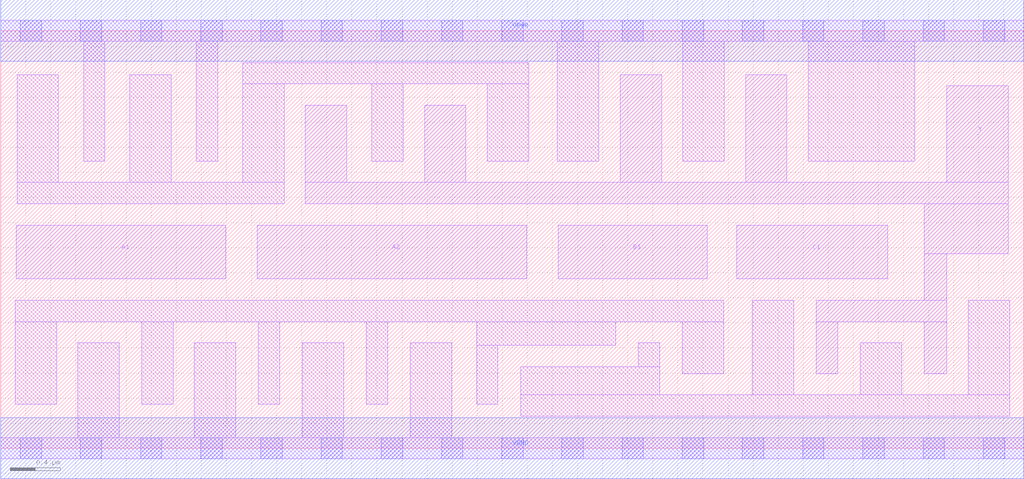
<source format=lef>
# Copyright 2020 The SkyWater PDK Authors
#
# Licensed under the Apache License, Version 2.0 (the "License");
# you may not use this file except in compliance with the License.
# You may obtain a copy of the License at
#
#     https://www.apache.org/licenses/LICENSE-2.0
#
# Unless required by applicable law or agreed to in writing, software
# distributed under the License is distributed on an "AS IS" BASIS,
# WITHOUT WARRANTIES OR CONDITIONS OF ANY KIND, either express or implied.
# See the License for the specific language governing permissions and
# limitations under the License.
#
# SPDX-License-Identifier: Apache-2.0

VERSION 5.7 ;
  NAMESCASESENSITIVE ON ;
  NOWIREEXTENSIONATPIN ON ;
  DIVIDERCHAR "/" ;
  BUSBITCHARS "[]" ;
UNITS
  DATABASE MICRONS 200 ;
END UNITS
MACRO sky130_fd_sc_ms__o211ai_4
  CLASS CORE ;
  SOURCE USER ;
  FOREIGN sky130_fd_sc_ms__o211ai_4 ;
  ORIGIN  0.000000  0.000000 ;
  SIZE  8.160000 BY  3.330000 ;
  SYMMETRY X Y ;
  SITE unit ;
  PIN A1
    ANTENNAGATEAREA  1.250400 ;
    DIRECTION INPUT ;
    USE SIGNAL ;
    PORT
      LAYER li1 ;
        RECT 0.125000 1.350000 1.795000 1.780000 ;
    END
  END A1
  PIN A2
    ANTENNAGATEAREA  1.250400 ;
    DIRECTION INPUT ;
    USE SIGNAL ;
    PORT
      LAYER li1 ;
        RECT 2.045000 1.350000 4.195000 1.780000 ;
    END
  END A2
  PIN B1
    ANTENNAGATEAREA  0.847200 ;
    DIRECTION INPUT ;
    USE SIGNAL ;
    PORT
      LAYER li1 ;
        RECT 4.445000 1.350000 5.635000 1.780000 ;
    END
  END B1
  PIN C1
    ANTENNAGATEAREA  0.847200 ;
    DIRECTION INPUT ;
    USE SIGNAL ;
    PORT
      LAYER li1 ;
        RECT 5.870000 1.350000 7.075000 1.780000 ;
    END
  END C1
  PIN Y
    ANTENNADIFFAREA  1.780800 ;
    DIRECTION OUTPUT ;
    USE SIGNAL ;
    PORT
      LAYER li1 ;
        RECT 2.430000 1.950000 8.035000 2.120000 ;
        RECT 2.430000 2.120000 2.760000 2.735000 ;
        RECT 3.380000 2.120000 3.710000 2.735000 ;
        RECT 4.940000 2.120000 5.270000 2.980000 ;
        RECT 5.940000 2.120000 6.270000 2.980000 ;
        RECT 6.505000 0.595000 6.675000 1.010000 ;
        RECT 6.505000 1.010000 7.545000 1.180000 ;
        RECT 7.365000 0.595000 7.545000 1.010000 ;
        RECT 7.365000 1.180000 7.545000 1.550000 ;
        RECT 7.365000 1.550000 8.035000 1.950000 ;
        RECT 7.545000 2.120000 8.035000 2.890000 ;
    END
  END Y
  PIN VGND
    DIRECTION INOUT ;
    USE GROUND ;
    PORT
      LAYER met1 ;
        RECT 0.000000 -0.245000 8.160000 0.245000 ;
    END
  END VGND
  PIN VPWR
    DIRECTION INOUT ;
    USE POWER ;
    PORT
      LAYER met1 ;
        RECT 0.000000 3.085000 8.160000 3.575000 ;
    END
  END VPWR
  OBS
    LAYER li1 ;
      RECT 0.000000 -0.085000 8.160000 0.085000 ;
      RECT 0.000000  3.245000 8.160000 3.415000 ;
      RECT 0.115000  0.350000 0.445000 1.010000 ;
      RECT 0.115000  1.010000 5.765000 1.180000 ;
      RECT 0.130000  1.950000 2.260000 2.120000 ;
      RECT 0.130000  2.120000 0.460000 2.980000 ;
      RECT 0.615000  0.085000 0.945000 0.840000 ;
      RECT 0.660000  2.290000 0.830000 3.245000 ;
      RECT 1.030000  2.120000 1.360000 2.980000 ;
      RECT 1.125000  0.350000 1.375000 1.010000 ;
      RECT 1.545000  0.085000 1.875000 0.840000 ;
      RECT 1.560000  2.290000 1.730000 3.245000 ;
      RECT 1.930000  2.120000 2.260000 2.905000 ;
      RECT 1.930000  2.905000 4.210000 3.075000 ;
      RECT 2.055000  0.350000 2.225000 1.010000 ;
      RECT 2.405000  0.085000 2.735000 0.840000 ;
      RECT 2.915000  0.350000 3.085000 1.010000 ;
      RECT 2.960000  2.290000 3.210000 2.905000 ;
      RECT 3.265000  0.085000 3.595000 0.840000 ;
      RECT 3.795000  0.350000 3.965000 0.820000 ;
      RECT 3.795000  0.820000 4.905000 1.010000 ;
      RECT 3.880000  2.290000 4.210000 2.905000 ;
      RECT 4.145000  0.255000 8.045000 0.425000 ;
      RECT 4.145000  0.425000 5.255000 0.650000 ;
      RECT 4.440000  2.290000 4.770000 3.245000 ;
      RECT 5.085000  0.650000 5.255000 0.840000 ;
      RECT 5.435000  0.595000 5.765000 1.010000 ;
      RECT 5.440000  2.290000 5.770000 3.245000 ;
      RECT 5.995000  0.425000 6.325000 1.180000 ;
      RECT 6.440000  2.290000 7.290000 3.245000 ;
      RECT 6.855000  0.425000 7.185000 0.840000 ;
      RECT 7.715000  0.425000 8.045000 1.180000 ;
    LAYER mcon ;
      RECT 0.155000 -0.085000 0.325000 0.085000 ;
      RECT 0.155000  3.245000 0.325000 3.415000 ;
      RECT 0.635000 -0.085000 0.805000 0.085000 ;
      RECT 0.635000  3.245000 0.805000 3.415000 ;
      RECT 1.115000 -0.085000 1.285000 0.085000 ;
      RECT 1.115000  3.245000 1.285000 3.415000 ;
      RECT 1.595000 -0.085000 1.765000 0.085000 ;
      RECT 1.595000  3.245000 1.765000 3.415000 ;
      RECT 2.075000 -0.085000 2.245000 0.085000 ;
      RECT 2.075000  3.245000 2.245000 3.415000 ;
      RECT 2.555000 -0.085000 2.725000 0.085000 ;
      RECT 2.555000  3.245000 2.725000 3.415000 ;
      RECT 3.035000 -0.085000 3.205000 0.085000 ;
      RECT 3.035000  3.245000 3.205000 3.415000 ;
      RECT 3.515000 -0.085000 3.685000 0.085000 ;
      RECT 3.515000  3.245000 3.685000 3.415000 ;
      RECT 3.995000 -0.085000 4.165000 0.085000 ;
      RECT 3.995000  3.245000 4.165000 3.415000 ;
      RECT 4.475000 -0.085000 4.645000 0.085000 ;
      RECT 4.475000  3.245000 4.645000 3.415000 ;
      RECT 4.955000 -0.085000 5.125000 0.085000 ;
      RECT 4.955000  3.245000 5.125000 3.415000 ;
      RECT 5.435000 -0.085000 5.605000 0.085000 ;
      RECT 5.435000  3.245000 5.605000 3.415000 ;
      RECT 5.915000 -0.085000 6.085000 0.085000 ;
      RECT 5.915000  3.245000 6.085000 3.415000 ;
      RECT 6.395000 -0.085000 6.565000 0.085000 ;
      RECT 6.395000  3.245000 6.565000 3.415000 ;
      RECT 6.875000 -0.085000 7.045000 0.085000 ;
      RECT 6.875000  3.245000 7.045000 3.415000 ;
      RECT 7.355000 -0.085000 7.525000 0.085000 ;
      RECT 7.355000  3.245000 7.525000 3.415000 ;
      RECT 7.835000 -0.085000 8.005000 0.085000 ;
      RECT 7.835000  3.245000 8.005000 3.415000 ;
  END
END sky130_fd_sc_ms__o211ai_4
END LIBRARY

</source>
